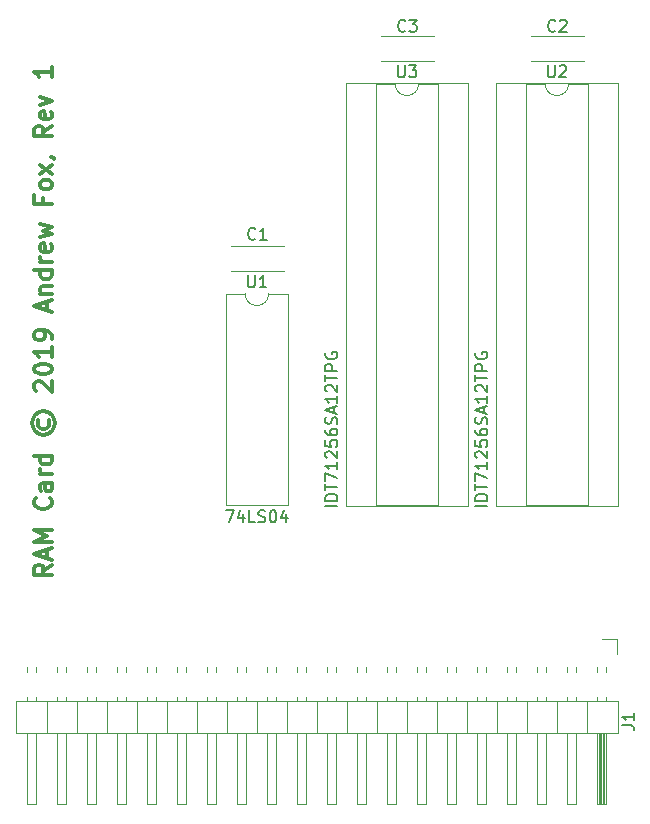
<source format=gbr>
G04 #@! TF.GenerationSoftware,KiCad,Pcbnew,(5.1.0-0)*
G04 #@! TF.CreationDate,2019-10-08T22:16:15-07:00*
G04 #@! TF.ProjectId,RAMCard,52414d43-6172-4642-9e6b-696361645f70,rev?*
G04 #@! TF.SameCoordinates,Original*
G04 #@! TF.FileFunction,Legend,Top*
G04 #@! TF.FilePolarity,Positive*
%FSLAX46Y46*%
G04 Gerber Fmt 4.6, Leading zero omitted, Abs format (unit mm)*
G04 Created by KiCad (PCBNEW (5.1.0-0)) date 2019-10-08 22:16:15*
%MOMM*%
%LPD*%
G04 APERTURE LIST*
%ADD10C,0.300000*%
%ADD11C,0.120000*%
%ADD12C,0.150000*%
G04 APERTURE END LIST*
D10*
X103294571Y-100363142D02*
X102580285Y-100863142D01*
X103294571Y-101220285D02*
X101794571Y-101220285D01*
X101794571Y-100648857D01*
X101866000Y-100506000D01*
X101937428Y-100434571D01*
X102080285Y-100363142D01*
X102294571Y-100363142D01*
X102437428Y-100434571D01*
X102508857Y-100506000D01*
X102580285Y-100648857D01*
X102580285Y-101220285D01*
X102866000Y-99791714D02*
X102866000Y-99077428D01*
X103294571Y-99934571D02*
X101794571Y-99434571D01*
X103294571Y-98934571D01*
X103294571Y-98434571D02*
X101794571Y-98434571D01*
X102866000Y-97934571D01*
X101794571Y-97434571D01*
X103294571Y-97434571D01*
X103151714Y-94720285D02*
X103223142Y-94791714D01*
X103294571Y-95006000D01*
X103294571Y-95148857D01*
X103223142Y-95363142D01*
X103080285Y-95506000D01*
X102937428Y-95577428D01*
X102651714Y-95648857D01*
X102437428Y-95648857D01*
X102151714Y-95577428D01*
X102008857Y-95506000D01*
X101866000Y-95363142D01*
X101794571Y-95148857D01*
X101794571Y-95006000D01*
X101866000Y-94791714D01*
X101937428Y-94720285D01*
X103294571Y-93434571D02*
X102508857Y-93434571D01*
X102366000Y-93506000D01*
X102294571Y-93648857D01*
X102294571Y-93934571D01*
X102366000Y-94077428D01*
X103223142Y-93434571D02*
X103294571Y-93577428D01*
X103294571Y-93934571D01*
X103223142Y-94077428D01*
X103080285Y-94148857D01*
X102937428Y-94148857D01*
X102794571Y-94077428D01*
X102723142Y-93934571D01*
X102723142Y-93577428D01*
X102651714Y-93434571D01*
X103294571Y-92720285D02*
X102294571Y-92720285D01*
X102580285Y-92720285D02*
X102437428Y-92648857D01*
X102366000Y-92577428D01*
X102294571Y-92434571D01*
X102294571Y-92291714D01*
X103294571Y-91148857D02*
X101794571Y-91148857D01*
X103223142Y-91148857D02*
X103294571Y-91291714D01*
X103294571Y-91577428D01*
X103223142Y-91720285D01*
X103151714Y-91791714D01*
X103008857Y-91863142D01*
X102580285Y-91863142D01*
X102437428Y-91791714D01*
X102366000Y-91720285D01*
X102294571Y-91577428D01*
X102294571Y-91291714D01*
X102366000Y-91148857D01*
X102151714Y-88077428D02*
X102080285Y-88220285D01*
X102080285Y-88506000D01*
X102151714Y-88648857D01*
X102294571Y-88791714D01*
X102437428Y-88863142D01*
X102723142Y-88863142D01*
X102866000Y-88791714D01*
X103008857Y-88648857D01*
X103080285Y-88506000D01*
X103080285Y-88220285D01*
X103008857Y-88077428D01*
X101580285Y-88363142D02*
X101651714Y-88720285D01*
X101866000Y-89077428D01*
X102223142Y-89291714D01*
X102580285Y-89363142D01*
X102937428Y-89291714D01*
X103294571Y-89077428D01*
X103508857Y-88720285D01*
X103580285Y-88363142D01*
X103508857Y-88006000D01*
X103294571Y-87648857D01*
X102937428Y-87434571D01*
X102580285Y-87363142D01*
X102223142Y-87434571D01*
X101866000Y-87648857D01*
X101651714Y-88006000D01*
X101580285Y-88363142D01*
X101937428Y-85648857D02*
X101866000Y-85577428D01*
X101794571Y-85434571D01*
X101794571Y-85077428D01*
X101866000Y-84934571D01*
X101937428Y-84863142D01*
X102080285Y-84791714D01*
X102223142Y-84791714D01*
X102437428Y-84863142D01*
X103294571Y-85720285D01*
X103294571Y-84791714D01*
X101794571Y-83863142D02*
X101794571Y-83720285D01*
X101866000Y-83577428D01*
X101937428Y-83506000D01*
X102080285Y-83434571D01*
X102366000Y-83363142D01*
X102723142Y-83363142D01*
X103008857Y-83434571D01*
X103151714Y-83506000D01*
X103223142Y-83577428D01*
X103294571Y-83720285D01*
X103294571Y-83863142D01*
X103223142Y-84006000D01*
X103151714Y-84077428D01*
X103008857Y-84148857D01*
X102723142Y-84220285D01*
X102366000Y-84220285D01*
X102080285Y-84148857D01*
X101937428Y-84077428D01*
X101866000Y-84006000D01*
X101794571Y-83863142D01*
X103294571Y-81934571D02*
X103294571Y-82791714D01*
X103294571Y-82363142D02*
X101794571Y-82363142D01*
X102008857Y-82506000D01*
X102151714Y-82648857D01*
X102223142Y-82791714D01*
X103294571Y-81220285D02*
X103294571Y-80934571D01*
X103223142Y-80791714D01*
X103151714Y-80720285D01*
X102937428Y-80577428D01*
X102651714Y-80506000D01*
X102080285Y-80506000D01*
X101937428Y-80577428D01*
X101866000Y-80648857D01*
X101794571Y-80791714D01*
X101794571Y-81077428D01*
X101866000Y-81220285D01*
X101937428Y-81291714D01*
X102080285Y-81363142D01*
X102437428Y-81363142D01*
X102580285Y-81291714D01*
X102651714Y-81220285D01*
X102723142Y-81077428D01*
X102723142Y-80791714D01*
X102651714Y-80648857D01*
X102580285Y-80577428D01*
X102437428Y-80506000D01*
X102866000Y-78791714D02*
X102866000Y-78077428D01*
X103294571Y-78934571D02*
X101794571Y-78434571D01*
X103294571Y-77934571D01*
X102294571Y-77434571D02*
X103294571Y-77434571D01*
X102437428Y-77434571D02*
X102366000Y-77363142D01*
X102294571Y-77220285D01*
X102294571Y-77006000D01*
X102366000Y-76863142D01*
X102508857Y-76791714D01*
X103294571Y-76791714D01*
X103294571Y-75434571D02*
X101794571Y-75434571D01*
X103223142Y-75434571D02*
X103294571Y-75577428D01*
X103294571Y-75863142D01*
X103223142Y-76006000D01*
X103151714Y-76077428D01*
X103008857Y-76148857D01*
X102580285Y-76148857D01*
X102437428Y-76077428D01*
X102366000Y-76006000D01*
X102294571Y-75863142D01*
X102294571Y-75577428D01*
X102366000Y-75434571D01*
X103294571Y-74720285D02*
X102294571Y-74720285D01*
X102580285Y-74720285D02*
X102437428Y-74648857D01*
X102366000Y-74577428D01*
X102294571Y-74434571D01*
X102294571Y-74291714D01*
X103223142Y-73220285D02*
X103294571Y-73363142D01*
X103294571Y-73648857D01*
X103223142Y-73791714D01*
X103080285Y-73863142D01*
X102508857Y-73863142D01*
X102366000Y-73791714D01*
X102294571Y-73648857D01*
X102294571Y-73363142D01*
X102366000Y-73220285D01*
X102508857Y-73148857D01*
X102651714Y-73148857D01*
X102794571Y-73863142D01*
X102294571Y-72648857D02*
X103294571Y-72363142D01*
X102580285Y-72077428D01*
X103294571Y-71791714D01*
X102294571Y-71506000D01*
X102508857Y-69291714D02*
X102508857Y-69791714D01*
X103294571Y-69791714D02*
X101794571Y-69791714D01*
X101794571Y-69077428D01*
X103294571Y-68291714D02*
X103223142Y-68434571D01*
X103151714Y-68506000D01*
X103008857Y-68577428D01*
X102580285Y-68577428D01*
X102437428Y-68506000D01*
X102366000Y-68434571D01*
X102294571Y-68291714D01*
X102294571Y-68077428D01*
X102366000Y-67934571D01*
X102437428Y-67863142D01*
X102580285Y-67791714D01*
X103008857Y-67791714D01*
X103151714Y-67863142D01*
X103223142Y-67934571D01*
X103294571Y-68077428D01*
X103294571Y-68291714D01*
X103294571Y-67291714D02*
X102294571Y-66506000D01*
X102294571Y-67291714D02*
X103294571Y-66506000D01*
X103223142Y-65863142D02*
X103294571Y-65863142D01*
X103437428Y-65934571D01*
X103508857Y-66006000D01*
X103294571Y-63220285D02*
X102580285Y-63720285D01*
X103294571Y-64077428D02*
X101794571Y-64077428D01*
X101794571Y-63506000D01*
X101866000Y-63363142D01*
X101937428Y-63291714D01*
X102080285Y-63220285D01*
X102294571Y-63220285D01*
X102437428Y-63291714D01*
X102508857Y-63363142D01*
X102580285Y-63506000D01*
X102580285Y-64077428D01*
X103223142Y-62006000D02*
X103294571Y-62148857D01*
X103294571Y-62434571D01*
X103223142Y-62577428D01*
X103080285Y-62648857D01*
X102508857Y-62648857D01*
X102366000Y-62577428D01*
X102294571Y-62434571D01*
X102294571Y-62148857D01*
X102366000Y-62006000D01*
X102508857Y-61934571D01*
X102651714Y-61934571D01*
X102794571Y-62648857D01*
X102294571Y-61434571D02*
X103294571Y-61077428D01*
X102294571Y-60720285D01*
X103294571Y-58220285D02*
X103294571Y-59077428D01*
X103294571Y-58648857D02*
X101794571Y-58648857D01*
X102008857Y-58791714D01*
X102151714Y-58934571D01*
X102223142Y-59077428D01*
D11*
X151130000Y-106680000D02*
X151130000Y-107950000D01*
X149860000Y-106680000D02*
X151130000Y-106680000D01*
X101220000Y-108992929D02*
X101220000Y-109447071D01*
X101980000Y-108992929D02*
X101980000Y-109447071D01*
X101220000Y-111532929D02*
X101220000Y-111930000D01*
X101980000Y-111532929D02*
X101980000Y-111930000D01*
X101220000Y-120590000D02*
X101220000Y-114590000D01*
X101980000Y-120590000D02*
X101220000Y-120590000D01*
X101980000Y-114590000D02*
X101980000Y-120590000D01*
X102870000Y-111930000D02*
X102870000Y-114590000D01*
X103760000Y-108992929D02*
X103760000Y-109447071D01*
X104520000Y-108992929D02*
X104520000Y-109447071D01*
X103760000Y-111532929D02*
X103760000Y-111930000D01*
X104520000Y-111532929D02*
X104520000Y-111930000D01*
X103760000Y-120590000D02*
X103760000Y-114590000D01*
X104520000Y-120590000D02*
X103760000Y-120590000D01*
X104520000Y-114590000D02*
X104520000Y-120590000D01*
X105410000Y-111930000D02*
X105410000Y-114590000D01*
X106300000Y-108992929D02*
X106300000Y-109447071D01*
X107060000Y-108992929D02*
X107060000Y-109447071D01*
X106300000Y-111532929D02*
X106300000Y-111930000D01*
X107060000Y-111532929D02*
X107060000Y-111930000D01*
X106300000Y-120590000D02*
X106300000Y-114590000D01*
X107060000Y-120590000D02*
X106300000Y-120590000D01*
X107060000Y-114590000D02*
X107060000Y-120590000D01*
X107950000Y-111930000D02*
X107950000Y-114590000D01*
X108840000Y-108992929D02*
X108840000Y-109447071D01*
X109600000Y-108992929D02*
X109600000Y-109447071D01*
X108840000Y-111532929D02*
X108840000Y-111930000D01*
X109600000Y-111532929D02*
X109600000Y-111930000D01*
X108840000Y-120590000D02*
X108840000Y-114590000D01*
X109600000Y-120590000D02*
X108840000Y-120590000D01*
X109600000Y-114590000D02*
X109600000Y-120590000D01*
X110490000Y-111930000D02*
X110490000Y-114590000D01*
X111380000Y-108992929D02*
X111380000Y-109447071D01*
X112140000Y-108992929D02*
X112140000Y-109447071D01*
X111380000Y-111532929D02*
X111380000Y-111930000D01*
X112140000Y-111532929D02*
X112140000Y-111930000D01*
X111380000Y-120590000D02*
X111380000Y-114590000D01*
X112140000Y-120590000D02*
X111380000Y-120590000D01*
X112140000Y-114590000D02*
X112140000Y-120590000D01*
X113030000Y-111930000D02*
X113030000Y-114590000D01*
X113920000Y-108992929D02*
X113920000Y-109447071D01*
X114680000Y-108992929D02*
X114680000Y-109447071D01*
X113920000Y-111532929D02*
X113920000Y-111930000D01*
X114680000Y-111532929D02*
X114680000Y-111930000D01*
X113920000Y-120590000D02*
X113920000Y-114590000D01*
X114680000Y-120590000D02*
X113920000Y-120590000D01*
X114680000Y-114590000D02*
X114680000Y-120590000D01*
X115570000Y-111930000D02*
X115570000Y-114590000D01*
X116460000Y-108992929D02*
X116460000Y-109447071D01*
X117220000Y-108992929D02*
X117220000Y-109447071D01*
X116460000Y-111532929D02*
X116460000Y-111930000D01*
X117220000Y-111532929D02*
X117220000Y-111930000D01*
X116460000Y-120590000D02*
X116460000Y-114590000D01*
X117220000Y-120590000D02*
X116460000Y-120590000D01*
X117220000Y-114590000D02*
X117220000Y-120590000D01*
X118110000Y-111930000D02*
X118110000Y-114590000D01*
X119000000Y-108992929D02*
X119000000Y-109447071D01*
X119760000Y-108992929D02*
X119760000Y-109447071D01*
X119000000Y-111532929D02*
X119000000Y-111930000D01*
X119760000Y-111532929D02*
X119760000Y-111930000D01*
X119000000Y-120590000D02*
X119000000Y-114590000D01*
X119760000Y-120590000D02*
X119000000Y-120590000D01*
X119760000Y-114590000D02*
X119760000Y-120590000D01*
X120650000Y-111930000D02*
X120650000Y-114590000D01*
X121540000Y-108992929D02*
X121540000Y-109447071D01*
X122300000Y-108992929D02*
X122300000Y-109447071D01*
X121540000Y-111532929D02*
X121540000Y-111930000D01*
X122300000Y-111532929D02*
X122300000Y-111930000D01*
X121540000Y-120590000D02*
X121540000Y-114590000D01*
X122300000Y-120590000D02*
X121540000Y-120590000D01*
X122300000Y-114590000D02*
X122300000Y-120590000D01*
X123190000Y-111930000D02*
X123190000Y-114590000D01*
X124080000Y-108992929D02*
X124080000Y-109447071D01*
X124840000Y-108992929D02*
X124840000Y-109447071D01*
X124080000Y-111532929D02*
X124080000Y-111930000D01*
X124840000Y-111532929D02*
X124840000Y-111930000D01*
X124080000Y-120590000D02*
X124080000Y-114590000D01*
X124840000Y-120590000D02*
X124080000Y-120590000D01*
X124840000Y-114590000D02*
X124840000Y-120590000D01*
X125730000Y-111930000D02*
X125730000Y-114590000D01*
X126620000Y-108992929D02*
X126620000Y-109447071D01*
X127380000Y-108992929D02*
X127380000Y-109447071D01*
X126620000Y-111532929D02*
X126620000Y-111930000D01*
X127380000Y-111532929D02*
X127380000Y-111930000D01*
X126620000Y-120590000D02*
X126620000Y-114590000D01*
X127380000Y-120590000D02*
X126620000Y-120590000D01*
X127380000Y-114590000D02*
X127380000Y-120590000D01*
X128270000Y-111930000D02*
X128270000Y-114590000D01*
X129160000Y-108992929D02*
X129160000Y-109447071D01*
X129920000Y-108992929D02*
X129920000Y-109447071D01*
X129160000Y-111532929D02*
X129160000Y-111930000D01*
X129920000Y-111532929D02*
X129920000Y-111930000D01*
X129160000Y-120590000D02*
X129160000Y-114590000D01*
X129920000Y-120590000D02*
X129160000Y-120590000D01*
X129920000Y-114590000D02*
X129920000Y-120590000D01*
X130810000Y-111930000D02*
X130810000Y-114590000D01*
X131700000Y-108992929D02*
X131700000Y-109447071D01*
X132460000Y-108992929D02*
X132460000Y-109447071D01*
X131700000Y-111532929D02*
X131700000Y-111930000D01*
X132460000Y-111532929D02*
X132460000Y-111930000D01*
X131700000Y-120590000D02*
X131700000Y-114590000D01*
X132460000Y-120590000D02*
X131700000Y-120590000D01*
X132460000Y-114590000D02*
X132460000Y-120590000D01*
X133350000Y-111930000D02*
X133350000Y-114590000D01*
X134240000Y-108992929D02*
X134240000Y-109447071D01*
X135000000Y-108992929D02*
X135000000Y-109447071D01*
X134240000Y-111532929D02*
X134240000Y-111930000D01*
X135000000Y-111532929D02*
X135000000Y-111930000D01*
X134240000Y-120590000D02*
X134240000Y-114590000D01*
X135000000Y-120590000D02*
X134240000Y-120590000D01*
X135000000Y-114590000D02*
X135000000Y-120590000D01*
X135890000Y-111930000D02*
X135890000Y-114590000D01*
X136780000Y-108992929D02*
X136780000Y-109447071D01*
X137540000Y-108992929D02*
X137540000Y-109447071D01*
X136780000Y-111532929D02*
X136780000Y-111930000D01*
X137540000Y-111532929D02*
X137540000Y-111930000D01*
X136780000Y-120590000D02*
X136780000Y-114590000D01*
X137540000Y-120590000D02*
X136780000Y-120590000D01*
X137540000Y-114590000D02*
X137540000Y-120590000D01*
X138430000Y-111930000D02*
X138430000Y-114590000D01*
X139320000Y-108992929D02*
X139320000Y-109447071D01*
X140080000Y-108992929D02*
X140080000Y-109447071D01*
X139320000Y-111532929D02*
X139320000Y-111930000D01*
X140080000Y-111532929D02*
X140080000Y-111930000D01*
X139320000Y-120590000D02*
X139320000Y-114590000D01*
X140080000Y-120590000D02*
X139320000Y-120590000D01*
X140080000Y-114590000D02*
X140080000Y-120590000D01*
X140970000Y-111930000D02*
X140970000Y-114590000D01*
X141860000Y-108992929D02*
X141860000Y-109447071D01*
X142620000Y-108992929D02*
X142620000Y-109447071D01*
X141860000Y-111532929D02*
X141860000Y-111930000D01*
X142620000Y-111532929D02*
X142620000Y-111930000D01*
X141860000Y-120590000D02*
X141860000Y-114590000D01*
X142620000Y-120590000D02*
X141860000Y-120590000D01*
X142620000Y-114590000D02*
X142620000Y-120590000D01*
X143510000Y-111930000D02*
X143510000Y-114590000D01*
X144400000Y-108992929D02*
X144400000Y-109447071D01*
X145160000Y-108992929D02*
X145160000Y-109447071D01*
X144400000Y-111532929D02*
X144400000Y-111930000D01*
X145160000Y-111532929D02*
X145160000Y-111930000D01*
X144400000Y-120590000D02*
X144400000Y-114590000D01*
X145160000Y-120590000D02*
X144400000Y-120590000D01*
X145160000Y-114590000D02*
X145160000Y-120590000D01*
X146050000Y-111930000D02*
X146050000Y-114590000D01*
X146940000Y-108992929D02*
X146940000Y-109447071D01*
X147700000Y-108992929D02*
X147700000Y-109447071D01*
X146940000Y-111532929D02*
X146940000Y-111930000D01*
X147700000Y-111532929D02*
X147700000Y-111930000D01*
X146940000Y-120590000D02*
X146940000Y-114590000D01*
X147700000Y-120590000D02*
X146940000Y-120590000D01*
X147700000Y-114590000D02*
X147700000Y-120590000D01*
X148590000Y-111930000D02*
X148590000Y-114590000D01*
X149480000Y-109060000D02*
X149480000Y-109447071D01*
X150240000Y-109060000D02*
X150240000Y-109447071D01*
X149480000Y-111532929D02*
X149480000Y-111930000D01*
X150240000Y-111532929D02*
X150240000Y-111930000D01*
X149580000Y-114590000D02*
X149580000Y-120590000D01*
X149700000Y-114590000D02*
X149700000Y-120590000D01*
X149820000Y-114590000D02*
X149820000Y-120590000D01*
X149940000Y-114590000D02*
X149940000Y-120590000D01*
X150060000Y-114590000D02*
X150060000Y-120590000D01*
X150180000Y-114590000D02*
X150180000Y-120590000D01*
X149480000Y-120590000D02*
X149480000Y-114590000D01*
X150240000Y-120590000D02*
X149480000Y-120590000D01*
X150240000Y-114590000D02*
X150240000Y-120590000D01*
X151190000Y-114590000D02*
X151190000Y-111930000D01*
X100270000Y-114590000D02*
X151190000Y-114590000D01*
X100270000Y-111930000D02*
X100270000Y-114590000D01*
X151190000Y-111930000D02*
X100270000Y-111930000D01*
X118420000Y-73367000D02*
X118420000Y-73352000D01*
X118420000Y-75492000D02*
X118420000Y-75477000D01*
X122960000Y-73367000D02*
X122960000Y-73352000D01*
X122960000Y-75492000D02*
X122960000Y-75477000D01*
X122960000Y-73352000D02*
X118420000Y-73352000D01*
X122960000Y-75492000D02*
X118420000Y-75492000D01*
X151190000Y-59570000D02*
X140910000Y-59570000D01*
X151190000Y-95370000D02*
X151190000Y-59570000D01*
X140910000Y-95370000D02*
X151190000Y-95370000D01*
X140910000Y-59570000D02*
X140910000Y-95370000D01*
X148700000Y-59630000D02*
X147050000Y-59630000D01*
X148700000Y-95310000D02*
X148700000Y-59630000D01*
X143400000Y-95310000D02*
X148700000Y-95310000D01*
X143400000Y-59630000D02*
X143400000Y-95310000D01*
X145050000Y-59630000D02*
X143400000Y-59630000D01*
X147050000Y-59630000D02*
G75*
G02X145050000Y-59630000I-1000000J0D01*
G01*
X121650000Y-77410000D02*
G75*
G02X119650000Y-77410000I-1000000J0D01*
G01*
X119650000Y-77410000D02*
X118000000Y-77410000D01*
X118000000Y-77410000D02*
X118000000Y-95310000D01*
X118000000Y-95310000D02*
X123300000Y-95310000D01*
X123300000Y-95310000D02*
X123300000Y-77410000D01*
X123300000Y-77410000D02*
X121650000Y-77410000D01*
X138490000Y-59570000D02*
X128210000Y-59570000D01*
X138490000Y-95370000D02*
X138490000Y-59570000D01*
X128210000Y-95370000D02*
X138490000Y-95370000D01*
X128210000Y-59570000D02*
X128210000Y-95370000D01*
X136000000Y-59630000D02*
X134350000Y-59630000D01*
X136000000Y-95310000D02*
X136000000Y-59630000D01*
X130700000Y-95310000D02*
X136000000Y-95310000D01*
X130700000Y-59630000D02*
X130700000Y-95310000D01*
X132350000Y-59630000D02*
X130700000Y-59630000D01*
X134350000Y-59630000D02*
G75*
G02X132350000Y-59630000I-1000000J0D01*
G01*
X131120000Y-55587000D02*
X131120000Y-55572000D01*
X131120000Y-57712000D02*
X131120000Y-57697000D01*
X135660000Y-55587000D02*
X135660000Y-55572000D01*
X135660000Y-57712000D02*
X135660000Y-57697000D01*
X135660000Y-55572000D02*
X131120000Y-55572000D01*
X135660000Y-57712000D02*
X131120000Y-57712000D01*
X143820000Y-55587000D02*
X143820000Y-55572000D01*
X143820000Y-57712000D02*
X143820000Y-57697000D01*
X148360000Y-55587000D02*
X148360000Y-55572000D01*
X148360000Y-57712000D02*
X148360000Y-57697000D01*
X148360000Y-55572000D02*
X143820000Y-55572000D01*
X148360000Y-57712000D02*
X143820000Y-57712000D01*
D12*
X151582380Y-113938333D02*
X152296666Y-113938333D01*
X152439523Y-113985952D01*
X152534761Y-114081190D01*
X152582380Y-114224047D01*
X152582380Y-114319285D01*
X152582380Y-112938333D02*
X152582380Y-113509761D01*
X152582380Y-113224047D02*
X151582380Y-113224047D01*
X151725238Y-113319285D01*
X151820476Y-113414523D01*
X151868095Y-113509761D01*
X120523333Y-72747142D02*
X120475714Y-72794761D01*
X120332857Y-72842380D01*
X120237619Y-72842380D01*
X120094761Y-72794761D01*
X119999523Y-72699523D01*
X119951904Y-72604285D01*
X119904285Y-72413809D01*
X119904285Y-72270952D01*
X119951904Y-72080476D01*
X119999523Y-71985238D01*
X120094761Y-71890000D01*
X120237619Y-71842380D01*
X120332857Y-71842380D01*
X120475714Y-71890000D01*
X120523333Y-71937619D01*
X121475714Y-72842380D02*
X120904285Y-72842380D01*
X121190000Y-72842380D02*
X121190000Y-71842380D01*
X121094761Y-71985238D01*
X120999523Y-72080476D01*
X120904285Y-72128095D01*
X145288095Y-58082380D02*
X145288095Y-58891904D01*
X145335714Y-58987142D01*
X145383333Y-59034761D01*
X145478571Y-59082380D01*
X145669047Y-59082380D01*
X145764285Y-59034761D01*
X145811904Y-58987142D01*
X145859523Y-58891904D01*
X145859523Y-58082380D01*
X146288095Y-58177619D02*
X146335714Y-58130000D01*
X146430952Y-58082380D01*
X146669047Y-58082380D01*
X146764285Y-58130000D01*
X146811904Y-58177619D01*
X146859523Y-58272857D01*
X146859523Y-58368095D01*
X146811904Y-58510952D01*
X146240476Y-59082380D01*
X146859523Y-59082380D01*
X140152380Y-95400000D02*
X139152380Y-95400000D01*
X140152380Y-94923809D02*
X139152380Y-94923809D01*
X139152380Y-94685714D01*
X139200000Y-94542857D01*
X139295238Y-94447619D01*
X139390476Y-94400000D01*
X139580952Y-94352380D01*
X139723809Y-94352380D01*
X139914285Y-94400000D01*
X140009523Y-94447619D01*
X140104761Y-94542857D01*
X140152380Y-94685714D01*
X140152380Y-94923809D01*
X139152380Y-94066666D02*
X139152380Y-93495238D01*
X140152380Y-93780952D02*
X139152380Y-93780952D01*
X139152380Y-93257142D02*
X139152380Y-92590476D01*
X140152380Y-93019047D01*
X140152380Y-91685714D02*
X140152380Y-92257142D01*
X140152380Y-91971428D02*
X139152380Y-91971428D01*
X139295238Y-92066666D01*
X139390476Y-92161904D01*
X139438095Y-92257142D01*
X139247619Y-91304761D02*
X139200000Y-91257142D01*
X139152380Y-91161904D01*
X139152380Y-90923809D01*
X139200000Y-90828571D01*
X139247619Y-90780952D01*
X139342857Y-90733333D01*
X139438095Y-90733333D01*
X139580952Y-90780952D01*
X140152380Y-91352380D01*
X140152380Y-90733333D01*
X139152380Y-89828571D02*
X139152380Y-90304761D01*
X139628571Y-90352380D01*
X139580952Y-90304761D01*
X139533333Y-90209523D01*
X139533333Y-89971428D01*
X139580952Y-89876190D01*
X139628571Y-89828571D01*
X139723809Y-89780952D01*
X139961904Y-89780952D01*
X140057142Y-89828571D01*
X140104761Y-89876190D01*
X140152380Y-89971428D01*
X140152380Y-90209523D01*
X140104761Y-90304761D01*
X140057142Y-90352380D01*
X139152380Y-88923809D02*
X139152380Y-89114285D01*
X139200000Y-89209523D01*
X139247619Y-89257142D01*
X139390476Y-89352380D01*
X139580952Y-89400000D01*
X139961904Y-89400000D01*
X140057142Y-89352380D01*
X140104761Y-89304761D01*
X140152380Y-89209523D01*
X140152380Y-89019047D01*
X140104761Y-88923809D01*
X140057142Y-88876190D01*
X139961904Y-88828571D01*
X139723809Y-88828571D01*
X139628571Y-88876190D01*
X139580952Y-88923809D01*
X139533333Y-89019047D01*
X139533333Y-89209523D01*
X139580952Y-89304761D01*
X139628571Y-89352380D01*
X139723809Y-89400000D01*
X140104761Y-88447619D02*
X140152380Y-88304761D01*
X140152380Y-88066666D01*
X140104761Y-87971428D01*
X140057142Y-87923809D01*
X139961904Y-87876190D01*
X139866666Y-87876190D01*
X139771428Y-87923809D01*
X139723809Y-87971428D01*
X139676190Y-88066666D01*
X139628571Y-88257142D01*
X139580952Y-88352380D01*
X139533333Y-88400000D01*
X139438095Y-88447619D01*
X139342857Y-88447619D01*
X139247619Y-88400000D01*
X139200000Y-88352380D01*
X139152380Y-88257142D01*
X139152380Y-88019047D01*
X139200000Y-87876190D01*
X139866666Y-87495238D02*
X139866666Y-87019047D01*
X140152380Y-87590476D02*
X139152380Y-87257142D01*
X140152380Y-86923809D01*
X140152380Y-86066666D02*
X140152380Y-86638095D01*
X140152380Y-86352380D02*
X139152380Y-86352380D01*
X139295238Y-86447619D01*
X139390476Y-86542857D01*
X139438095Y-86638095D01*
X139247619Y-85685714D02*
X139200000Y-85638095D01*
X139152380Y-85542857D01*
X139152380Y-85304761D01*
X139200000Y-85209523D01*
X139247619Y-85161904D01*
X139342857Y-85114285D01*
X139438095Y-85114285D01*
X139580952Y-85161904D01*
X140152380Y-85733333D01*
X140152380Y-85114285D01*
X139152380Y-84828571D02*
X139152380Y-84257142D01*
X140152380Y-84542857D02*
X139152380Y-84542857D01*
X140152380Y-83923809D02*
X139152380Y-83923809D01*
X139152380Y-83542857D01*
X139200000Y-83447619D01*
X139247619Y-83400000D01*
X139342857Y-83352380D01*
X139485714Y-83352380D01*
X139580952Y-83400000D01*
X139628571Y-83447619D01*
X139676190Y-83542857D01*
X139676190Y-83923809D01*
X139200000Y-82400000D02*
X139152380Y-82495238D01*
X139152380Y-82638095D01*
X139200000Y-82780952D01*
X139295238Y-82876190D01*
X139390476Y-82923809D01*
X139580952Y-82971428D01*
X139723809Y-82971428D01*
X139914285Y-82923809D01*
X140009523Y-82876190D01*
X140104761Y-82780952D01*
X140152380Y-82638095D01*
X140152380Y-82542857D01*
X140104761Y-82400000D01*
X140057142Y-82352380D01*
X139723809Y-82352380D01*
X139723809Y-82542857D01*
X119888095Y-75862380D02*
X119888095Y-76671904D01*
X119935714Y-76767142D01*
X119983333Y-76814761D01*
X120078571Y-76862380D01*
X120269047Y-76862380D01*
X120364285Y-76814761D01*
X120411904Y-76767142D01*
X120459523Y-76671904D01*
X120459523Y-75862380D01*
X121459523Y-76862380D02*
X120888095Y-76862380D01*
X121173809Y-76862380D02*
X121173809Y-75862380D01*
X121078571Y-76005238D01*
X120983333Y-76100476D01*
X120888095Y-76148095D01*
X118007142Y-95762380D02*
X118673809Y-95762380D01*
X118245238Y-96762380D01*
X119483333Y-96095714D02*
X119483333Y-96762380D01*
X119245238Y-95714761D02*
X119007142Y-96429047D01*
X119626190Y-96429047D01*
X120483333Y-96762380D02*
X120007142Y-96762380D01*
X120007142Y-95762380D01*
X120769047Y-96714761D02*
X120911904Y-96762380D01*
X121150000Y-96762380D01*
X121245238Y-96714761D01*
X121292857Y-96667142D01*
X121340476Y-96571904D01*
X121340476Y-96476666D01*
X121292857Y-96381428D01*
X121245238Y-96333809D01*
X121150000Y-96286190D01*
X120959523Y-96238571D01*
X120864285Y-96190952D01*
X120816666Y-96143333D01*
X120769047Y-96048095D01*
X120769047Y-95952857D01*
X120816666Y-95857619D01*
X120864285Y-95810000D01*
X120959523Y-95762380D01*
X121197619Y-95762380D01*
X121340476Y-95810000D01*
X121959523Y-95762380D02*
X122054761Y-95762380D01*
X122150000Y-95810000D01*
X122197619Y-95857619D01*
X122245238Y-95952857D01*
X122292857Y-96143333D01*
X122292857Y-96381428D01*
X122245238Y-96571904D01*
X122197619Y-96667142D01*
X122150000Y-96714761D01*
X122054761Y-96762380D01*
X121959523Y-96762380D01*
X121864285Y-96714761D01*
X121816666Y-96667142D01*
X121769047Y-96571904D01*
X121721428Y-96381428D01*
X121721428Y-96143333D01*
X121769047Y-95952857D01*
X121816666Y-95857619D01*
X121864285Y-95810000D01*
X121959523Y-95762380D01*
X123150000Y-96095714D02*
X123150000Y-96762380D01*
X122911904Y-95714761D02*
X122673809Y-96429047D01*
X123292857Y-96429047D01*
X132588095Y-58082380D02*
X132588095Y-58891904D01*
X132635714Y-58987142D01*
X132683333Y-59034761D01*
X132778571Y-59082380D01*
X132969047Y-59082380D01*
X133064285Y-59034761D01*
X133111904Y-58987142D01*
X133159523Y-58891904D01*
X133159523Y-58082380D01*
X133540476Y-58082380D02*
X134159523Y-58082380D01*
X133826190Y-58463333D01*
X133969047Y-58463333D01*
X134064285Y-58510952D01*
X134111904Y-58558571D01*
X134159523Y-58653809D01*
X134159523Y-58891904D01*
X134111904Y-58987142D01*
X134064285Y-59034761D01*
X133969047Y-59082380D01*
X133683333Y-59082380D01*
X133588095Y-59034761D01*
X133540476Y-58987142D01*
X127452380Y-95400000D02*
X126452380Y-95400000D01*
X127452380Y-94923809D02*
X126452380Y-94923809D01*
X126452380Y-94685714D01*
X126500000Y-94542857D01*
X126595238Y-94447619D01*
X126690476Y-94400000D01*
X126880952Y-94352380D01*
X127023809Y-94352380D01*
X127214285Y-94400000D01*
X127309523Y-94447619D01*
X127404761Y-94542857D01*
X127452380Y-94685714D01*
X127452380Y-94923809D01*
X126452380Y-94066666D02*
X126452380Y-93495238D01*
X127452380Y-93780952D02*
X126452380Y-93780952D01*
X126452380Y-93257142D02*
X126452380Y-92590476D01*
X127452380Y-93019047D01*
X127452380Y-91685714D02*
X127452380Y-92257142D01*
X127452380Y-91971428D02*
X126452380Y-91971428D01*
X126595238Y-92066666D01*
X126690476Y-92161904D01*
X126738095Y-92257142D01*
X126547619Y-91304761D02*
X126500000Y-91257142D01*
X126452380Y-91161904D01*
X126452380Y-90923809D01*
X126500000Y-90828571D01*
X126547619Y-90780952D01*
X126642857Y-90733333D01*
X126738095Y-90733333D01*
X126880952Y-90780952D01*
X127452380Y-91352380D01*
X127452380Y-90733333D01*
X126452380Y-89828571D02*
X126452380Y-90304761D01*
X126928571Y-90352380D01*
X126880952Y-90304761D01*
X126833333Y-90209523D01*
X126833333Y-89971428D01*
X126880952Y-89876190D01*
X126928571Y-89828571D01*
X127023809Y-89780952D01*
X127261904Y-89780952D01*
X127357142Y-89828571D01*
X127404761Y-89876190D01*
X127452380Y-89971428D01*
X127452380Y-90209523D01*
X127404761Y-90304761D01*
X127357142Y-90352380D01*
X126452380Y-88923809D02*
X126452380Y-89114285D01*
X126500000Y-89209523D01*
X126547619Y-89257142D01*
X126690476Y-89352380D01*
X126880952Y-89400000D01*
X127261904Y-89400000D01*
X127357142Y-89352380D01*
X127404761Y-89304761D01*
X127452380Y-89209523D01*
X127452380Y-89019047D01*
X127404761Y-88923809D01*
X127357142Y-88876190D01*
X127261904Y-88828571D01*
X127023809Y-88828571D01*
X126928571Y-88876190D01*
X126880952Y-88923809D01*
X126833333Y-89019047D01*
X126833333Y-89209523D01*
X126880952Y-89304761D01*
X126928571Y-89352380D01*
X127023809Y-89400000D01*
X127404761Y-88447619D02*
X127452380Y-88304761D01*
X127452380Y-88066666D01*
X127404761Y-87971428D01*
X127357142Y-87923809D01*
X127261904Y-87876190D01*
X127166666Y-87876190D01*
X127071428Y-87923809D01*
X127023809Y-87971428D01*
X126976190Y-88066666D01*
X126928571Y-88257142D01*
X126880952Y-88352380D01*
X126833333Y-88400000D01*
X126738095Y-88447619D01*
X126642857Y-88447619D01*
X126547619Y-88400000D01*
X126500000Y-88352380D01*
X126452380Y-88257142D01*
X126452380Y-88019047D01*
X126500000Y-87876190D01*
X127166666Y-87495238D02*
X127166666Y-87019047D01*
X127452380Y-87590476D02*
X126452380Y-87257142D01*
X127452380Y-86923809D01*
X127452380Y-86066666D02*
X127452380Y-86638095D01*
X127452380Y-86352380D02*
X126452380Y-86352380D01*
X126595238Y-86447619D01*
X126690476Y-86542857D01*
X126738095Y-86638095D01*
X126547619Y-85685714D02*
X126500000Y-85638095D01*
X126452380Y-85542857D01*
X126452380Y-85304761D01*
X126500000Y-85209523D01*
X126547619Y-85161904D01*
X126642857Y-85114285D01*
X126738095Y-85114285D01*
X126880952Y-85161904D01*
X127452380Y-85733333D01*
X127452380Y-85114285D01*
X126452380Y-84828571D02*
X126452380Y-84257142D01*
X127452380Y-84542857D02*
X126452380Y-84542857D01*
X127452380Y-83923809D02*
X126452380Y-83923809D01*
X126452380Y-83542857D01*
X126500000Y-83447619D01*
X126547619Y-83400000D01*
X126642857Y-83352380D01*
X126785714Y-83352380D01*
X126880952Y-83400000D01*
X126928571Y-83447619D01*
X126976190Y-83542857D01*
X126976190Y-83923809D01*
X126500000Y-82400000D02*
X126452380Y-82495238D01*
X126452380Y-82638095D01*
X126500000Y-82780952D01*
X126595238Y-82876190D01*
X126690476Y-82923809D01*
X126880952Y-82971428D01*
X127023809Y-82971428D01*
X127214285Y-82923809D01*
X127309523Y-82876190D01*
X127404761Y-82780952D01*
X127452380Y-82638095D01*
X127452380Y-82542857D01*
X127404761Y-82400000D01*
X127357142Y-82352380D01*
X127023809Y-82352380D01*
X127023809Y-82542857D01*
X133223333Y-55135142D02*
X133175714Y-55182761D01*
X133032857Y-55230380D01*
X132937619Y-55230380D01*
X132794761Y-55182761D01*
X132699523Y-55087523D01*
X132651904Y-54992285D01*
X132604285Y-54801809D01*
X132604285Y-54658952D01*
X132651904Y-54468476D01*
X132699523Y-54373238D01*
X132794761Y-54278000D01*
X132937619Y-54230380D01*
X133032857Y-54230380D01*
X133175714Y-54278000D01*
X133223333Y-54325619D01*
X133556666Y-54230380D02*
X134175714Y-54230380D01*
X133842380Y-54611333D01*
X133985238Y-54611333D01*
X134080476Y-54658952D01*
X134128095Y-54706571D01*
X134175714Y-54801809D01*
X134175714Y-55039904D01*
X134128095Y-55135142D01*
X134080476Y-55182761D01*
X133985238Y-55230380D01*
X133699523Y-55230380D01*
X133604285Y-55182761D01*
X133556666Y-55135142D01*
X145923333Y-55135142D02*
X145875714Y-55182761D01*
X145732857Y-55230380D01*
X145637619Y-55230380D01*
X145494761Y-55182761D01*
X145399523Y-55087523D01*
X145351904Y-54992285D01*
X145304285Y-54801809D01*
X145304285Y-54658952D01*
X145351904Y-54468476D01*
X145399523Y-54373238D01*
X145494761Y-54278000D01*
X145637619Y-54230380D01*
X145732857Y-54230380D01*
X145875714Y-54278000D01*
X145923333Y-54325619D01*
X146304285Y-54325619D02*
X146351904Y-54278000D01*
X146447142Y-54230380D01*
X146685238Y-54230380D01*
X146780476Y-54278000D01*
X146828095Y-54325619D01*
X146875714Y-54420857D01*
X146875714Y-54516095D01*
X146828095Y-54658952D01*
X146256666Y-55230380D01*
X146875714Y-55230380D01*
M02*

</source>
